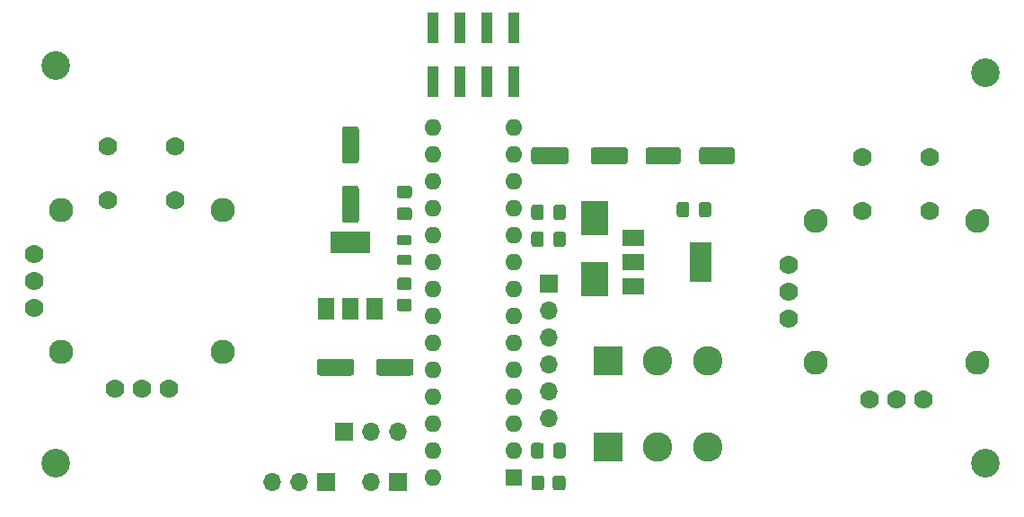
<source format=gts>
G04 #@! TF.GenerationSoftware,KiCad,Pcbnew,(5.1.12)-1*
G04 #@! TF.CreationDate,2022-10-20T21:18:09-07:00*
G04 #@! TF.ProjectId,Transmisor_de_radio,5472616e-736d-4697-936f-725f64655f72,rev?*
G04 #@! TF.SameCoordinates,Original*
G04 #@! TF.FileFunction,Soldermask,Top*
G04 #@! TF.FilePolarity,Negative*
%FSLAX46Y46*%
G04 Gerber Fmt 4.6, Leading zero omitted, Abs format (unit mm)*
G04 Created by KiCad (PCBNEW (5.1.12)-1) date 2022-10-20 21:18:09*
%MOMM*%
%LPD*%
G01*
G04 APERTURE LIST*
%ADD10C,2.700000*%
%ADD11R,1.600000X1.600000*%
%ADD12O,1.600000X1.600000*%
%ADD13R,2.000000X1.500000*%
%ADD14R,2.000000X3.800000*%
%ADD15R,3.800000X2.000000*%
%ADD16R,1.500000X2.000000*%
%ADD17C,1.778000*%
%ADD18C,2.286000*%
%ADD19R,1.700000X1.700000*%
%ADD20O,1.700000X1.700000*%
%ADD21R,1.000000X3.000000*%
%ADD22R,2.500000X3.325000*%
%ADD23C,2.775000*%
%ADD24R,2.775000X2.775000*%
G04 APERTURE END LIST*
D10*
X193040000Y-82550000D03*
X105410000Y-81915000D03*
G36*
G01*
X161027000Y-90974000D02*
X161027000Y-89874000D01*
G75*
G02*
X161277000Y-89624000I250000J0D01*
G01*
X164102000Y-89624000D01*
G75*
G02*
X164352000Y-89874000I0J-250000D01*
G01*
X164352000Y-90974000D01*
G75*
G02*
X164102000Y-91224000I-250000J0D01*
G01*
X161277000Y-91224000D01*
G75*
G02*
X161027000Y-90974000I0J250000D01*
G01*
G37*
G36*
G01*
X166102000Y-90974000D02*
X166102000Y-89874000D01*
G75*
G02*
X166352000Y-89624000I250000J0D01*
G01*
X169177000Y-89624000D01*
G75*
G02*
X169427000Y-89874000I0J-250000D01*
G01*
X169427000Y-90974000D01*
G75*
G02*
X169177000Y-91224000I-250000J0D01*
G01*
X166352000Y-91224000D01*
G75*
G02*
X166102000Y-90974000I0J250000D01*
G01*
G37*
G36*
G01*
X133570000Y-109813000D02*
X133570000Y-110913000D01*
G75*
G02*
X133320000Y-111163000I-250000J0D01*
G01*
X130320000Y-111163000D01*
G75*
G02*
X130070000Y-110913000I0J250000D01*
G01*
X130070000Y-109813000D01*
G75*
G02*
X130320000Y-109563000I250000J0D01*
G01*
X133320000Y-109563000D01*
G75*
G02*
X133570000Y-109813000I0J-250000D01*
G01*
G37*
G36*
G01*
X139170000Y-109813000D02*
X139170000Y-110913000D01*
G75*
G02*
X138920000Y-111163000I-250000J0D01*
G01*
X135920000Y-111163000D01*
G75*
G02*
X135670000Y-110913000I0J250000D01*
G01*
X135670000Y-109813000D01*
G75*
G02*
X135920000Y-109563000I250000J0D01*
G01*
X138920000Y-109563000D01*
G75*
G02*
X139170000Y-109813000I0J-250000D01*
G01*
G37*
G36*
G01*
X163983000Y-95979000D02*
X163983000Y-95029000D01*
G75*
G02*
X164233000Y-94779000I250000J0D01*
G01*
X164908000Y-94779000D01*
G75*
G02*
X165158000Y-95029000I0J-250000D01*
G01*
X165158000Y-95979000D01*
G75*
G02*
X164908000Y-96229000I-250000J0D01*
G01*
X164233000Y-96229000D01*
G75*
G02*
X163983000Y-95979000I0J250000D01*
G01*
G37*
G36*
G01*
X166058000Y-95979000D02*
X166058000Y-95029000D01*
G75*
G02*
X166308000Y-94779000I250000J0D01*
G01*
X166983000Y-94779000D01*
G75*
G02*
X167233000Y-95029000I0J-250000D01*
G01*
X167233000Y-95979000D01*
G75*
G02*
X166983000Y-96229000I-250000J0D01*
G01*
X166308000Y-96229000D01*
G75*
G02*
X166058000Y-95979000I0J250000D01*
G01*
G37*
G36*
G01*
X159363000Y-89874000D02*
X159363000Y-90974000D01*
G75*
G02*
X159113000Y-91224000I-250000J0D01*
G01*
X156113000Y-91224000D01*
G75*
G02*
X155863000Y-90974000I0J250000D01*
G01*
X155863000Y-89874000D01*
G75*
G02*
X156113000Y-89624000I250000J0D01*
G01*
X159113000Y-89624000D01*
G75*
G02*
X159363000Y-89874000I0J-250000D01*
G01*
G37*
G36*
G01*
X153763000Y-89874000D02*
X153763000Y-90974000D01*
G75*
G02*
X153513000Y-91224000I-250000J0D01*
G01*
X150513000Y-91224000D01*
G75*
G02*
X150263000Y-90974000I0J250000D01*
G01*
X150263000Y-89874000D01*
G75*
G02*
X150513000Y-89624000I250000J0D01*
G01*
X153513000Y-89624000D01*
G75*
G02*
X153763000Y-89874000I0J-250000D01*
G01*
G37*
G36*
G01*
X150267000Y-118712000D02*
X150267000Y-117762000D01*
G75*
G02*
X150517000Y-117512000I250000J0D01*
G01*
X151192000Y-117512000D01*
G75*
G02*
X151442000Y-117762000I0J-250000D01*
G01*
X151442000Y-118712000D01*
G75*
G02*
X151192000Y-118962000I-250000J0D01*
G01*
X150517000Y-118962000D01*
G75*
G02*
X150267000Y-118712000I0J250000D01*
G01*
G37*
G36*
G01*
X152342000Y-118712000D02*
X152342000Y-117762000D01*
G75*
G02*
X152592000Y-117512000I250000J0D01*
G01*
X153267000Y-117512000D01*
G75*
G02*
X153517000Y-117762000I0J-250000D01*
G01*
X153517000Y-118712000D01*
G75*
G02*
X153267000Y-118962000I-250000J0D01*
G01*
X152592000Y-118962000D01*
G75*
G02*
X152342000Y-118712000I0J250000D01*
G01*
G37*
G36*
G01*
X133773000Y-96752000D02*
X132673000Y-96752000D01*
G75*
G02*
X132423000Y-96502000I0J250000D01*
G01*
X132423000Y-93502000D01*
G75*
G02*
X132673000Y-93252000I250000J0D01*
G01*
X133773000Y-93252000D01*
G75*
G02*
X134023000Y-93502000I0J-250000D01*
G01*
X134023000Y-96502000D01*
G75*
G02*
X133773000Y-96752000I-250000J0D01*
G01*
G37*
G36*
G01*
X133773000Y-91152000D02*
X132673000Y-91152000D01*
G75*
G02*
X132423000Y-90902000I0J250000D01*
G01*
X132423000Y-87902000D01*
G75*
G02*
X132673000Y-87652000I250000J0D01*
G01*
X133773000Y-87652000D01*
G75*
G02*
X134023000Y-87902000I0J-250000D01*
G01*
X134023000Y-90902000D01*
G75*
G02*
X133773000Y-91152000I-250000J0D01*
G01*
G37*
G36*
G01*
X153517000Y-97823000D02*
X153517000Y-98773000D01*
G75*
G02*
X153267000Y-99023000I-250000J0D01*
G01*
X152592000Y-99023000D01*
G75*
G02*
X152342000Y-98773000I0J250000D01*
G01*
X152342000Y-97823000D01*
G75*
G02*
X152592000Y-97573000I250000J0D01*
G01*
X153267000Y-97573000D01*
G75*
G02*
X153517000Y-97823000I0J-250000D01*
G01*
G37*
G36*
G01*
X151442000Y-97823000D02*
X151442000Y-98773000D01*
G75*
G02*
X151192000Y-99023000I-250000J0D01*
G01*
X150517000Y-99023000D01*
G75*
G02*
X150267000Y-98773000I0J250000D01*
G01*
X150267000Y-97823000D01*
G75*
G02*
X150517000Y-97573000I250000J0D01*
G01*
X151192000Y-97573000D01*
G75*
G02*
X151442000Y-97823000I0J-250000D01*
G01*
G37*
G36*
G01*
X151442000Y-95283000D02*
X151442000Y-96233000D01*
G75*
G02*
X151192000Y-96483000I-250000J0D01*
G01*
X150517000Y-96483000D01*
G75*
G02*
X150267000Y-96233000I0J250000D01*
G01*
X150267000Y-95283000D01*
G75*
G02*
X150517000Y-95033000I250000J0D01*
G01*
X151192000Y-95033000D01*
G75*
G02*
X151442000Y-95283000I0J-250000D01*
G01*
G37*
G36*
G01*
X153517000Y-95283000D02*
X153517000Y-96233000D01*
G75*
G02*
X153267000Y-96483000I-250000J0D01*
G01*
X152592000Y-96483000D01*
G75*
G02*
X152342000Y-96233000I0J250000D01*
G01*
X152342000Y-95283000D01*
G75*
G02*
X152592000Y-95033000I250000J0D01*
G01*
X153267000Y-95033000D01*
G75*
G02*
X153517000Y-95283000I0J-250000D01*
G01*
G37*
G36*
G01*
X138778000Y-94419000D02*
X137828000Y-94419000D01*
G75*
G02*
X137578000Y-94169000I0J250000D01*
G01*
X137578000Y-93494000D01*
G75*
G02*
X137828000Y-93244000I250000J0D01*
G01*
X138778000Y-93244000D01*
G75*
G02*
X139028000Y-93494000I0J-250000D01*
G01*
X139028000Y-94169000D01*
G75*
G02*
X138778000Y-94419000I-250000J0D01*
G01*
G37*
G36*
G01*
X138778000Y-96494000D02*
X137828000Y-96494000D01*
G75*
G02*
X137578000Y-96244000I0J250000D01*
G01*
X137578000Y-95569000D01*
G75*
G02*
X137828000Y-95319000I250000J0D01*
G01*
X138778000Y-95319000D01*
G75*
G02*
X139028000Y-95569000I0J-250000D01*
G01*
X139028000Y-96244000D01*
G75*
G02*
X138778000Y-96494000I-250000J0D01*
G01*
G37*
G36*
G01*
X138759250Y-100739000D02*
X137846750Y-100739000D01*
G75*
G02*
X137603000Y-100495250I0J243750D01*
G01*
X137603000Y-100007750D01*
G75*
G02*
X137846750Y-99764000I243750J0D01*
G01*
X138759250Y-99764000D01*
G75*
G02*
X139003000Y-100007750I0J-243750D01*
G01*
X139003000Y-100495250D01*
G75*
G02*
X138759250Y-100739000I-243750J0D01*
G01*
G37*
G36*
G01*
X138759250Y-98864000D02*
X137846750Y-98864000D01*
G75*
G02*
X137603000Y-98620250I0J243750D01*
G01*
X137603000Y-98132750D01*
G75*
G02*
X137846750Y-97889000I243750J0D01*
G01*
X138759250Y-97889000D01*
G75*
G02*
X139003000Y-98132750I0J-243750D01*
G01*
X139003000Y-98620250D01*
G75*
G02*
X138759250Y-98864000I-243750J0D01*
G01*
G37*
G36*
G01*
X138753001Y-105105000D02*
X137852999Y-105105000D01*
G75*
G02*
X137603000Y-104855001I0J249999D01*
G01*
X137603000Y-104154999D01*
G75*
G02*
X137852999Y-103905000I249999J0D01*
G01*
X138753001Y-103905000D01*
G75*
G02*
X139003000Y-104154999I0J-249999D01*
G01*
X139003000Y-104855001D01*
G75*
G02*
X138753001Y-105105000I-249999J0D01*
G01*
G37*
G36*
G01*
X138753001Y-103105000D02*
X137852999Y-103105000D01*
G75*
G02*
X137603000Y-102855001I0J249999D01*
G01*
X137603000Y-102154999D01*
G75*
G02*
X137852999Y-101905000I249999J0D01*
G01*
X138753001Y-101905000D01*
G75*
G02*
X139003000Y-102154999I0J-249999D01*
G01*
X139003000Y-102855001D01*
G75*
G02*
X138753001Y-103105000I-249999J0D01*
G01*
G37*
G36*
G01*
X151492000Y-120834999D02*
X151492000Y-121735001D01*
G75*
G02*
X151242001Y-121985000I-249999J0D01*
G01*
X150541999Y-121985000D01*
G75*
G02*
X150292000Y-121735001I0J249999D01*
G01*
X150292000Y-120834999D01*
G75*
G02*
X150541999Y-120585000I249999J0D01*
G01*
X151242001Y-120585000D01*
G75*
G02*
X151492000Y-120834999I0J-249999D01*
G01*
G37*
G36*
G01*
X153492000Y-120834999D02*
X153492000Y-121735001D01*
G75*
G02*
X153242001Y-121985000I-249999J0D01*
G01*
X152541999Y-121985000D01*
G75*
G02*
X152292000Y-121735001I0J249999D01*
G01*
X152292000Y-120834999D01*
G75*
G02*
X152541999Y-120585000I249999J0D01*
G01*
X153242001Y-120585000D01*
G75*
G02*
X153492000Y-120834999I0J-249999D01*
G01*
G37*
D11*
X148590000Y-120777000D03*
D12*
X140970000Y-87757000D03*
X148590000Y-118237000D03*
X140970000Y-90297000D03*
X148590000Y-115697000D03*
X140970000Y-92837000D03*
X148590000Y-113157000D03*
X140970000Y-95377000D03*
X148590000Y-110617000D03*
X140970000Y-97917000D03*
X148590000Y-108077000D03*
X140970000Y-100457000D03*
X148590000Y-105537000D03*
X140970000Y-102997000D03*
X148590000Y-102997000D03*
X140970000Y-105537000D03*
X148590000Y-100457000D03*
X140970000Y-108077000D03*
X148590000Y-97917000D03*
X140970000Y-110617000D03*
X148590000Y-95377000D03*
X140970000Y-113157000D03*
X148590000Y-92837000D03*
X140970000Y-115697000D03*
X148590000Y-90297000D03*
X140970000Y-118237000D03*
X148590000Y-87757000D03*
X140970000Y-120777000D03*
D13*
X159918000Y-98157000D03*
X159918000Y-102757000D03*
X159918000Y-100457000D03*
D14*
X166218000Y-100457000D03*
D15*
X133223000Y-98577000D03*
D16*
X133223000Y-104877000D03*
X135523000Y-104877000D03*
X130923000Y-104877000D03*
D17*
X110363000Y-89535000D03*
X116713000Y-89535000D03*
X110363000Y-94615000D03*
X116713000Y-94615000D03*
X110998000Y-112395000D03*
X113538000Y-112395000D03*
X116078000Y-112395000D03*
D18*
X105918000Y-95567500D03*
X105918000Y-108902500D03*
X121158000Y-108902500D03*
X121158000Y-95567500D03*
D17*
X103378000Y-99695000D03*
X103378000Y-102235000D03*
X103378000Y-104775000D03*
X174498000Y-105791000D03*
X174498000Y-103251000D03*
X174498000Y-100711000D03*
D18*
X192278000Y-96583500D03*
X192278000Y-109918500D03*
X177038000Y-109918500D03*
X177038000Y-96583500D03*
D17*
X187198000Y-113411000D03*
X184658000Y-113411000D03*
X182118000Y-113411000D03*
X187833000Y-95631000D03*
X181483000Y-95631000D03*
X187833000Y-90551000D03*
X181483000Y-90551000D03*
D19*
X137668000Y-121183400D03*
D20*
X135128000Y-121183400D03*
D19*
X151892000Y-102489000D03*
D20*
X151892000Y-105029000D03*
X151892000Y-107569000D03*
X151892000Y-110109000D03*
X151892000Y-112649000D03*
X151892000Y-115189000D03*
D21*
X148590000Y-83419000D03*
X148590000Y-78379000D03*
X146050000Y-83419000D03*
X146050000Y-78379000D03*
X143510000Y-83419000D03*
X143510000Y-78379000D03*
X140970000Y-83419000D03*
X140970000Y-78379000D03*
D20*
X125869700Y-121196100D03*
X128409700Y-121196100D03*
D19*
X130949700Y-121196100D03*
X132588000Y-116459000D03*
D20*
X135128000Y-116459000D03*
X137668000Y-116459000D03*
D22*
X156210000Y-102099500D03*
X156210000Y-96274500D03*
D23*
X166879000Y-109728000D03*
X162179000Y-109728000D03*
D24*
X157479000Y-109728000D03*
X157479000Y-117856000D03*
D23*
X162179000Y-117856000D03*
X166879000Y-117856000D03*
D10*
X105410000Y-119380000D03*
X193040000Y-119380000D03*
M02*

</source>
